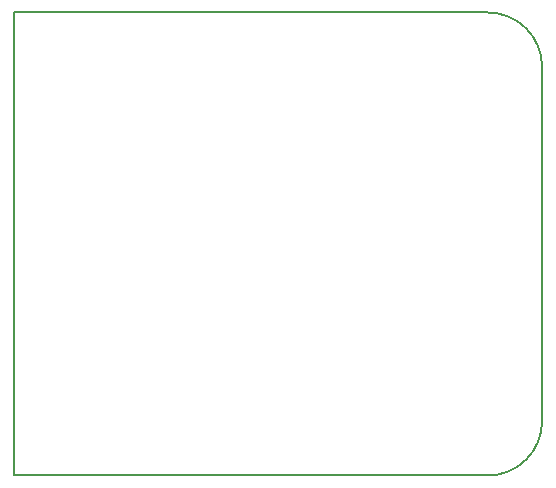
<source format=gbr>
G04 #@! TF.GenerationSoftware,KiCad,Pcbnew,5.1.2-f72e74a~84~ubuntu18.04.1*
G04 #@! TF.CreationDate,2019-07-31T21:01:39+02:00*
G04 #@! TF.ProjectId,Pulse_Arc_Welder_logic,50756c73-655f-4417-9263-5f57656c6465,rev?*
G04 #@! TF.SameCoordinates,Original*
G04 #@! TF.FileFunction,Profile,NP*
%FSLAX46Y46*%
G04 Gerber Fmt 4.6, Leading zero omitted, Abs format (unit mm)*
G04 Created by KiCad (PCBNEW 5.1.2-f72e74a~84~ubuntu18.04.1) date 2019-07-31 21:01:39*
%MOMM*%
%LPD*%
G04 APERTURE LIST*
%ADD10C,0.150000*%
G04 APERTURE END LIST*
D10*
X190400000Y-96200000D02*
G75*
G02X195000000Y-100800000I0J-4600000D01*
G01*
X190400000Y-135400000D02*
G75*
G03X195000000Y-130800000I0J4600000D01*
G01*
X150300000Y-135400000D02*
X150300000Y-96200000D01*
X190400000Y-135400000D02*
X150300000Y-135400000D01*
X195000000Y-130800000D02*
X195000000Y-100800000D01*
X150300000Y-96200000D02*
X190400000Y-96200000D01*
M02*

</source>
